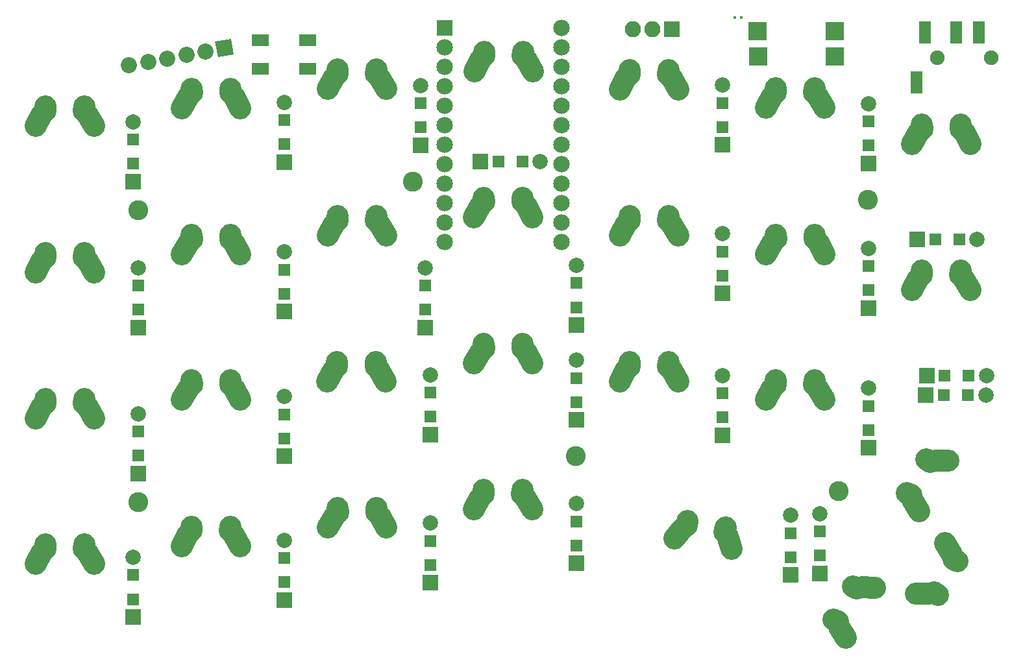
<source format=gbr>
G04 #@! TF.FileFunction,Soldermask,Bot*
%FSLAX46Y46*%
G04 Gerber Fmt 4.6, Leading zero omitted, Abs format (unit mm)*
G04 Created by KiCad (PCBNEW 4.0.7) date 03/27/18 08:57:17*
%MOMM*%
%LPD*%
G01*
G04 APERTURE LIST*
%ADD10C,0.100000*%
%ADD11R,1.600000X1.600000*%
%ADD12R,2.000000X2.000000*%
%ADD13C,2.000000*%
%ADD14R,2.100000X2.100000*%
%ADD15O,2.100000X2.100000*%
%ADD16C,1.900000*%
%ADD17R,1.600000X2.900000*%
%ADD18C,2.900000*%
%ADD19R,2.398980X2.398980*%
%ADD20R,2.200000X1.500000*%
%ADD21R,2.152600X2.152600*%
%ADD22C,2.152600*%
%ADD23C,2.600000*%
%ADD24C,0.402000*%
%ADD25C,2.100000*%
G04 APERTURE END LIST*
D10*
D11*
X93345000Y-66345000D03*
X93345000Y-63195000D03*
D12*
X93345000Y-68670000D03*
D13*
X93345000Y-60870000D03*
D11*
X93980000Y-85395000D03*
X93980000Y-82245000D03*
D12*
X93980000Y-87720000D03*
D13*
X93980000Y-79920000D03*
D11*
X93980000Y-104445000D03*
X93980000Y-101295000D03*
D12*
X93980000Y-106770000D03*
D13*
X93980000Y-98970000D03*
D11*
X93345000Y-123190000D03*
X93345000Y-120040000D03*
D12*
X93345000Y-125515000D03*
D13*
X93345000Y-117715000D03*
D11*
X113030000Y-63805000D03*
X113030000Y-60655000D03*
D12*
X113030000Y-66130000D03*
D13*
X113030000Y-58330000D03*
D11*
X113030000Y-83330000D03*
X113030000Y-80180000D03*
D12*
X113030000Y-85655000D03*
D13*
X113030000Y-77855000D03*
D11*
X113030000Y-102210000D03*
X113030000Y-99060000D03*
D12*
X113030000Y-104535000D03*
D13*
X113030000Y-96735000D03*
D11*
X113030000Y-120955000D03*
X113030000Y-117805000D03*
D12*
X113030000Y-123280000D03*
D13*
X113030000Y-115480000D03*
D11*
X130810000Y-61595000D03*
X130810000Y-58445000D03*
D12*
X130810000Y-63920000D03*
D13*
X130810000Y-56120000D03*
D11*
X131445000Y-85395000D03*
X131445000Y-82245000D03*
D12*
X131445000Y-87720000D03*
D13*
X131445000Y-79920000D03*
D11*
X132080000Y-99365000D03*
X132080000Y-96215000D03*
D12*
X132080000Y-101690000D03*
D13*
X132080000Y-93890000D03*
D11*
X132080000Y-118720000D03*
X132080000Y-115570000D03*
D12*
X132080000Y-121045000D03*
D13*
X132080000Y-113245000D03*
D11*
X140970000Y-66040000D03*
X144120000Y-66040000D03*
D12*
X138645000Y-66040000D03*
D13*
X146445000Y-66040000D03*
D11*
X151130000Y-85090000D03*
X151130000Y-81940000D03*
D12*
X151130000Y-87415000D03*
D13*
X151130000Y-79615000D03*
D11*
X151130000Y-97460000D03*
X151130000Y-94310000D03*
D12*
X151130000Y-99785000D03*
D13*
X151130000Y-91985000D03*
D11*
X151130000Y-116180000D03*
X151130000Y-113030000D03*
D12*
X151130000Y-118505000D03*
D13*
X151130000Y-110705000D03*
D11*
X170180000Y-61570000D03*
X170180000Y-58420000D03*
D12*
X170180000Y-63895000D03*
D13*
X170180000Y-56095000D03*
D11*
X170180000Y-80950000D03*
X170180000Y-77800000D03*
D12*
X170180000Y-83275000D03*
D13*
X170180000Y-75475000D03*
D11*
X170180000Y-99455000D03*
X170180000Y-96305000D03*
D12*
X170180000Y-101780000D03*
D13*
X170180000Y-93980000D03*
D11*
X179070000Y-117690000D03*
X179070000Y-114540000D03*
D12*
X179070000Y-120015000D03*
D13*
X179070000Y-112215000D03*
D11*
X189230000Y-63965000D03*
X189230000Y-60815000D03*
D12*
X189230000Y-66290000D03*
D13*
X189230000Y-58490000D03*
D11*
X189230000Y-82855000D03*
X189230000Y-79705000D03*
D12*
X189230000Y-85180000D03*
D13*
X189230000Y-77380000D03*
D11*
X189230000Y-101110000D03*
X189230000Y-97960000D03*
D12*
X189230000Y-103435000D03*
D13*
X189230000Y-95635000D03*
D11*
X182880000Y-117475000D03*
X182880000Y-114325000D03*
D12*
X182880000Y-119800000D03*
D13*
X182880000Y-112000000D03*
D11*
X197975000Y-76200000D03*
X201125000Y-76200000D03*
D12*
X195650000Y-76200000D03*
D13*
X203450000Y-76200000D03*
D11*
X199175000Y-93980000D03*
X202325000Y-93980000D03*
D12*
X196850000Y-93980000D03*
D13*
X204650000Y-93980000D03*
D11*
X199085000Y-96520000D03*
X202235000Y-96520000D03*
D12*
X196760000Y-96520000D03*
D13*
X204560000Y-96520000D03*
D14*
X163576000Y-48768000D03*
D15*
X161036000Y-48768000D03*
X158496000Y-48768000D03*
D16*
X205275000Y-52500000D03*
X198275000Y-52500000D03*
D17*
X195575000Y-55750000D03*
X196675000Y-49250000D03*
X200675000Y-49250000D03*
X203675000Y-49250000D03*
D16*
X205275000Y-52500000D03*
X198275000Y-52500000D03*
D18*
X81904564Y-58864484D02*
X81944012Y-59443140D01*
X87443835Y-59943858D02*
X88254741Y-61403766D01*
X81444741Y-59943858D02*
X80633835Y-61403766D01*
X86984012Y-58864484D02*
X86944564Y-59443140D01*
X81885160Y-77976182D02*
X81924608Y-78554838D01*
X87424431Y-79055556D02*
X88235337Y-80515464D01*
X81425337Y-79055556D02*
X80614431Y-80515464D01*
X86964608Y-77976182D02*
X86925160Y-78554838D01*
X81885160Y-97028342D02*
X81924608Y-97606998D01*
X87424431Y-98107716D02*
X88235337Y-99567624D01*
X81425337Y-98107716D02*
X80614431Y-99567624D01*
X86964608Y-97028342D02*
X86925160Y-97606998D01*
X81885160Y-116020964D02*
X81924608Y-116599620D01*
X87424431Y-117100338D02*
X88235337Y-118560246D01*
X81425337Y-117100338D02*
X80614431Y-118560246D01*
X86964608Y-116020964D02*
X86925160Y-116599620D01*
X100996858Y-56542502D02*
X101036306Y-57121158D01*
X106536129Y-57621876D02*
X107347035Y-59081784D01*
X100537035Y-57621876D02*
X99726129Y-59081784D01*
X106076306Y-56542502D02*
X106036858Y-57121158D01*
X100996858Y-75654200D02*
X101036306Y-76232856D01*
X106536129Y-76733574D02*
X107347035Y-78193482D01*
X100537035Y-76733574D02*
X99726129Y-78193482D01*
X106076306Y-75654200D02*
X106036858Y-76232856D01*
X100996858Y-94587284D02*
X101036306Y-95165940D01*
X106536129Y-95666658D02*
X107347035Y-97126566D01*
X100537035Y-95666658D02*
X99726129Y-97126566D01*
X106076306Y-94587284D02*
X106036858Y-95165940D01*
X100937320Y-113698982D02*
X100976768Y-114277638D01*
X106476591Y-114778356D02*
X107287497Y-116238264D01*
X100477497Y-114778356D02*
X99666591Y-116238264D01*
X106016768Y-113698982D02*
X105977320Y-114277638D01*
X119989480Y-54041906D02*
X120028928Y-54620562D01*
X125528751Y-55121280D02*
X126339657Y-56581188D01*
X119529657Y-55121280D02*
X118718751Y-56581188D01*
X125068928Y-54041906D02*
X125029480Y-54620562D01*
X119989480Y-73213142D02*
X120028928Y-73791798D01*
X125528751Y-74292516D02*
X126339657Y-75752424D01*
X119529657Y-74292516D02*
X118718751Y-75752424D01*
X125068928Y-73213142D02*
X125029480Y-73791798D01*
X119929942Y-92205764D02*
X119969390Y-92784420D01*
X125469213Y-93285138D02*
X126280119Y-94745046D01*
X119470119Y-93285138D02*
X118659213Y-94745046D01*
X125009390Y-92205764D02*
X124969942Y-92784420D01*
X120029748Y-111317462D02*
X120069196Y-111896118D01*
X125569019Y-112396836D02*
X126379925Y-113856744D01*
X119569925Y-112396836D02*
X118759019Y-113856744D01*
X125109196Y-111317462D02*
X125069748Y-111896118D01*
X139120448Y-51719924D02*
X139159896Y-52298580D01*
X144659719Y-52799298D02*
X145470625Y-54259206D01*
X138660625Y-52799298D02*
X137849719Y-54259206D01*
X144199896Y-51719924D02*
X144160448Y-52298580D01*
X139081908Y-70772084D02*
X139121356Y-71350740D01*
X144621179Y-71851458D02*
X145432085Y-73311366D01*
X138622085Y-71851458D02*
X137811179Y-73311366D01*
X144161356Y-70772084D02*
X144121908Y-71350740D01*
X139101178Y-89883782D02*
X139140626Y-90462438D01*
X144640449Y-90963156D02*
X145451355Y-92423064D01*
X138641355Y-90963156D02*
X137830449Y-92423064D01*
X144180626Y-89883782D02*
X144141178Y-90462438D01*
X139041640Y-108935942D02*
X139081088Y-109514598D01*
X144580911Y-110015316D02*
X145391817Y-111475224D01*
X138581817Y-110015316D02*
X137770911Y-111475224D01*
X144121088Y-108935942D02*
X144081640Y-109514598D01*
X158093800Y-54101444D02*
X158133248Y-54680100D01*
X163633071Y-55180818D02*
X164443977Y-56640726D01*
X157633977Y-55180818D02*
X156823071Y-56640726D01*
X163173248Y-54101444D02*
X163133800Y-54680100D01*
X158093800Y-73213142D02*
X158133248Y-73791798D01*
X163633071Y-74292516D02*
X164443977Y-75752424D01*
X157633977Y-74292516D02*
X156823071Y-75752424D01*
X163173248Y-73213142D02*
X163133800Y-73791798D01*
X158093800Y-92205764D02*
X158133248Y-92784420D01*
X163633071Y-93285138D02*
X164443977Y-94745046D01*
X157633977Y-93285138D02*
X156823071Y-94745046D01*
X163173248Y-92205764D02*
X163133800Y-92784420D01*
X165623118Y-112977901D02*
X165561484Y-113554617D01*
X170890804Y-115002763D02*
X171435880Y-116581303D01*
X164982850Y-113961031D02*
X163930752Y-115257947D01*
X170625398Y-113859938D02*
X170486066Y-114422954D01*
X177145960Y-56482964D02*
X177185408Y-57061620D01*
X182685231Y-57562338D02*
X183496137Y-59022246D01*
X176686137Y-57562338D02*
X175875231Y-59022246D01*
X182225408Y-56482964D02*
X182185960Y-57061620D01*
X177205498Y-75594662D02*
X177244946Y-76173318D01*
X182744769Y-76674036D02*
X183555675Y-78133944D01*
X176745675Y-76674036D02*
X175934769Y-78133944D01*
X182284946Y-75594662D02*
X182245498Y-76173318D01*
X177145960Y-94587284D02*
X177185408Y-95165940D01*
X182685231Y-95666658D02*
X183496137Y-97126566D01*
X176686137Y-95666658D02*
X175875231Y-97126566D01*
X182225408Y-94587284D02*
X182185960Y-95165940D01*
X184733834Y-125880362D02*
X185254690Y-126135526D01*
X188438236Y-121622900D02*
X190108006Y-121650588D01*
X185438689Y-126818266D02*
X186297553Y-128250486D01*
X187273558Y-121481430D02*
X187754966Y-121804922D01*
X196238254Y-61213426D02*
X196277702Y-61792082D01*
X201777525Y-62292800D02*
X202588431Y-63752708D01*
X195778431Y-62292800D02*
X194967525Y-63752708D01*
X201317702Y-61213426D02*
X201278254Y-61792082D01*
X196198120Y-80298164D02*
X196237568Y-80876820D01*
X201737391Y-81377538D02*
X202548297Y-82837446D01*
X195738297Y-81377538D02*
X194927391Y-82837446D01*
X201277568Y-80298164D02*
X201238120Y-80876820D01*
X194299318Y-109335201D02*
X194820174Y-109590365D01*
X198003720Y-105077739D02*
X199673490Y-105105427D01*
X195004173Y-110273105D02*
X195863037Y-111705325D01*
X196839042Y-104936269D02*
X197320450Y-105259761D01*
D19*
X174863760Y-52324000D03*
X184866280Y-52324000D03*
X174830740Y-49022000D03*
X184833260Y-49022000D03*
D20*
X109930000Y-53920000D03*
X116130000Y-53920000D03*
X109930000Y-50220000D03*
X116130000Y-50220000D03*
D21*
X134020038Y-48604870D03*
D22*
X134020038Y-51144870D03*
X134020038Y-53684870D03*
X134020038Y-56224870D03*
X134020038Y-58764870D03*
X134020038Y-61304870D03*
X134020038Y-63844870D03*
X134020038Y-66384870D03*
X134020038Y-68924870D03*
X134020038Y-71464870D03*
X134020038Y-74004870D03*
X134020038Y-76544870D03*
X149260038Y-76544870D03*
X149260038Y-74004870D03*
X149260038Y-71464870D03*
X149260038Y-68924870D03*
X149260038Y-66384870D03*
X149260038Y-63844870D03*
X149260038Y-61304870D03*
X149260038Y-58764870D03*
X149260038Y-56224870D03*
X149260038Y-53684870D03*
X149260038Y-51144870D03*
X149260038Y-48604870D03*
D18*
X200854388Y-118219035D02*
X200333532Y-117963871D01*
X197149986Y-122476497D02*
X195480216Y-122448809D01*
X200149533Y-117281131D02*
X199290669Y-115848911D01*
X198314664Y-122617967D02*
X197833256Y-122294475D01*
D23*
X93980000Y-110490000D03*
X93980000Y-72390000D03*
X151107444Y-104489190D03*
X185341794Y-109073616D03*
X189211764Y-71088372D03*
X129852378Y-68706852D03*
D24*
X172700000Y-47250000D03*
X171800000Y-47250000D03*
X171800000Y-47250000D03*
X172700000Y-47250000D03*
D10*
G36*
X104039268Y-50398282D02*
X106107365Y-50033621D01*
X106472026Y-52101718D01*
X104403929Y-52466379D01*
X104039268Y-50398282D01*
X104039268Y-50398282D01*
G37*
D25*
X102754235Y-51691066D02*
X102754235Y-51691066D01*
X100252824Y-52132133D02*
X100252824Y-52132133D01*
X97751412Y-52573199D02*
X97751412Y-52573199D01*
X95250000Y-53014265D02*
X95250000Y-53014265D01*
X92748589Y-53455332D02*
X92748589Y-53455332D01*
M02*

</source>
